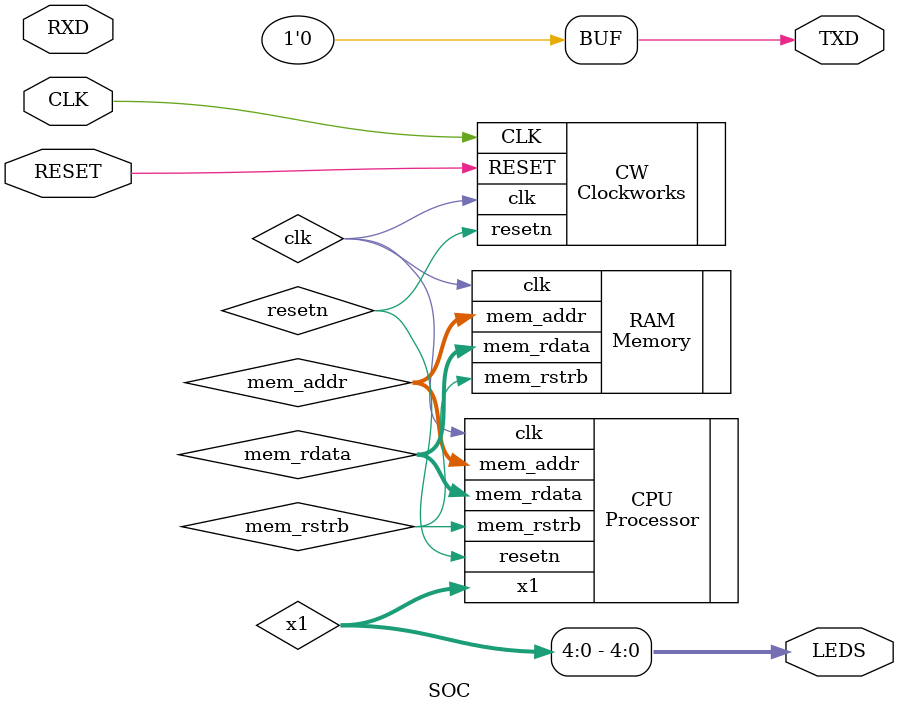
<source format=v>
`include "clockworks.v"
`include "Memory.v"
`include "Processor.v"

module SOC (
    input  CLK,
    input  RESET,
    output [4:0] LEDS,
    input  RXD,
    output TXD
);

    wire clk;
    wire resetn;
    Memory RAM(
        .clk(clk),
        .mem_addr(mem_addr),
        .mem_rdata(mem_rdata),
        .mem_rstrb(mem_rstrb)
    );

    wire [31:0] mem_addr;
    wire [31:0] mem_rdata;
    wire mem_rstrb;
    wire [31:0] x1;
    Processor CPU(
        .clk(clk),
        .resetn(resetn),
        .mem_addr(mem_addr),
        .mem_rdata(mem_rdata),
        .mem_rstrb(mem_rstrb),
        .x1(x1)
    );

    assign LEDS = x1[4:0];

    Clockworks #(
        .SLOW(18)
    )CW(
        .CLK(CLK),
        .RESET(RESET),
        .clk(clk),
        .resetn(resetn)
    );

    assign TXD = 1'b0;

endmodule

</source>
